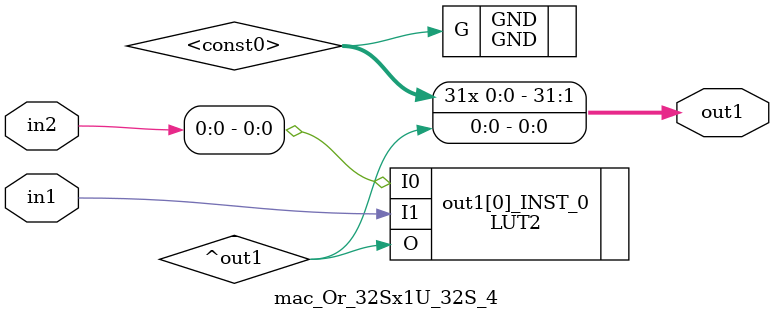
<source format=v>
`timescale 1 ps / 1 ps

(* STRUCTURAL_NETLIST = "yes" *)
module mac_Or_32Sx1U_32S_4
   (in2,
    in1,
    out1);
  input [31:0]in2;
  input in1;
  output [31:0]out1;

  wire \<const0> ;
  wire in1;
  wire [31:0]in2;
  wire [0:0]\^out1 ;

  assign out1[31] = \<const0> ;
  assign out1[30] = \<const0> ;
  assign out1[29] = \<const0> ;
  assign out1[28] = \<const0> ;
  assign out1[27] = \<const0> ;
  assign out1[26] = \<const0> ;
  assign out1[25] = \<const0> ;
  assign out1[24] = \<const0> ;
  assign out1[23] = \<const0> ;
  assign out1[22] = \<const0> ;
  assign out1[21] = \<const0> ;
  assign out1[20] = \<const0> ;
  assign out1[19] = \<const0> ;
  assign out1[18] = \<const0> ;
  assign out1[17] = \<const0> ;
  assign out1[16] = \<const0> ;
  assign out1[15] = \<const0> ;
  assign out1[14] = \<const0> ;
  assign out1[13] = \<const0> ;
  assign out1[12] = \<const0> ;
  assign out1[11] = \<const0> ;
  assign out1[10] = \<const0> ;
  assign out1[9] = \<const0> ;
  assign out1[8] = \<const0> ;
  assign out1[7] = \<const0> ;
  assign out1[6] = \<const0> ;
  assign out1[5] = \<const0> ;
  assign out1[4] = \<const0> ;
  assign out1[3] = \<const0> ;
  assign out1[2] = \<const0> ;
  assign out1[1] = \<const0> ;
  assign out1[0] = \^out1 [0];
  GND GND
       (.G(\<const0> ));
  LUT2 #(
    .INIT(4'hE)) 
    \out1[0]_INST_0 
       (.I0(in2[0]),
        .I1(in1),
        .O(\^out1 ));
endmodule


</source>
